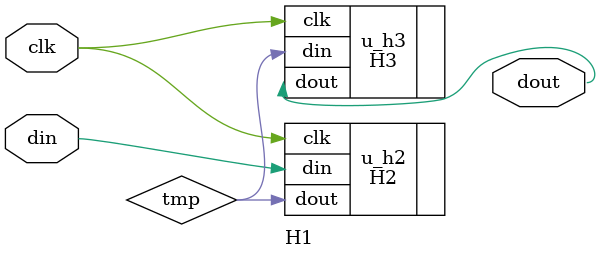
<source format=v>
module H1
  (input clk,
   input din,
   output dout
   );
   // verilator foreign_module
   wire  tmp;
   H2 u_h2
     (.clk(clk),
      .din(din),
      .dout(tmp)
      );
   H3 u_h3
     (.clk(clk),
      .din(tmp),
      .dout(dout)
      );
endmodule

   

</source>
